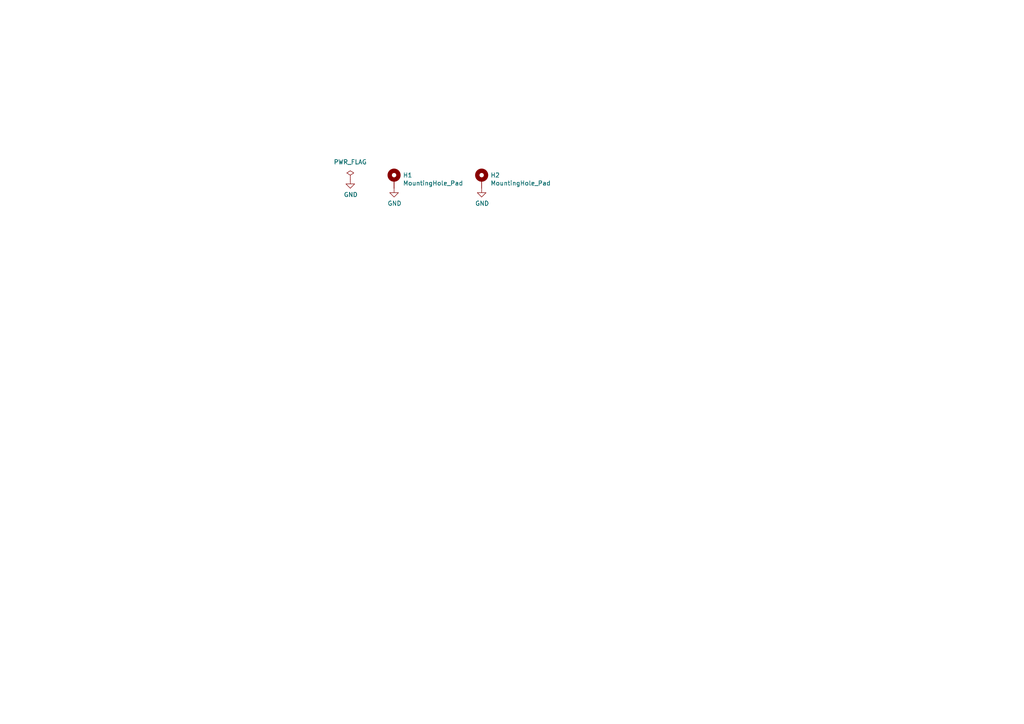
<source format=kicad_sch>
(kicad_sch (version 20211123) (generator eeschema)
  (paper "A4")
  (title_block (title "Stereo Whooshy Sound") (date "2021-08-07") (rev "0") (comment 1 "creativecommons.org/licenses/by/4.0/") (comment 2 "License: CC by 4.0") (comment 3 "Author: Jordan Aceto"))
  (lib_symbols
    (symbol "Mechanical:MountingHole_Pad" (pin_numbers hide) (pin_names (offset 1.016) hide)
      (property "Reference" "H" (at 0 6.35 0))
      (property "Value" "MountingHole_Pad" (at 0 4.445 0))
      (symbol "MountingHole_Pad_0_1"
        (circle (center 0 1.27) (radius 1.27) (stroke (width 1.27)))
      )
      (symbol "MountingHole_Pad_1_1"
        (pin input line (at 0 -2.54 90) (length 2.54) (name "1") (number "1"))
      )
    )
    (symbol "power:GND" (power) (pin_names (offset 0))
      (property "Value" "GND" (at 0 -3.81 0))
      (symbol "GND_0_1"
        (polyline (pts (xy 0 0) (xy 0 -1.27) (xy 1.27 -1.27) (xy 0 -2.54) (xy -1.27 -1.27) (xy 0 -1.27)))
      )
      (symbol "GND_1_1"
        (pin power_in line (at 0 0 270) (length 0) hide (name "GND") (number "1"))
      )
    )
    (symbol "power:PWR_FLAG" (power) (pin_numbers hide) (pin_names (offset 0) hide)
      (property "Value" "PWR_FLAG" (at 0 3.81 0))
      (symbol "PWR_FLAG_0_0"
        (pin power_out line (at 0 0 90) (length 0) (name "pwr") (number "1"))
      )
      (symbol "PWR_FLAG_0_1"
        (polyline (pts (xy 0 0) (xy 0 1.27) (xy -1.016 1.905) (xy 0 2.54) (xy 1.016 1.905) (xy 0 1.27)))
      )
    )
  )
  (symbol (lib_id "Mechanical:MountingHole_Pad") (at 114.3 52.07 0) (unit 1)
    (property "Reference" "H1" (at 116.84 50.8254 0) (effects (justify left)))
    (property "Value" "MountingHole_Pad" (at 116.84 53.1368 0) (effects (justify left)))
    (property "Footprint" "MountingHole:MountingHole_3.2mm_M3_Pad_Via" (effects hide))
  )
  (symbol (lib_id "power:GND") (at 114.3 54.61 0) (unit 1)
    (property "Reference" "#PWR01" (effects hide))
    (property "Value" "GND" (at 114.427 59.0042 0))
  )
  (symbol (lib_id "Mechanical:MountingHole_Pad") (at 139.7 52.07 0) (unit 1)
    (property "Reference" "H2" (at 142.24 50.8254 0) (effects (justify left)))
    (property "Value" "MountingHole_Pad" (at 142.24 53.1368 0) (effects (justify left)))
    (property "Footprint" "MountingHole:MountingHole_3.2mm_M3_Pad_Via" (effects hide))
  )
  (symbol (lib_id "power:GND") (at 139.7 54.61 0) (unit 1)
    (property "Reference" "#PWR02" (effects hide))
    (property "Value" "GND" (at 139.827 59.0042 0))
  )
  (symbol (lib_id "power:GND") (at 101.6 52.07 0) (unit 1)
    (property "Reference" "#PWR0101" (effects hide))
    (property "Value" "GND" (at 101.727 56.4642 0))
  )
  (symbol (lib_id "power:PWR_FLAG") (at 101.6 52.07 0) (unit 1)
    (property "Reference" "#FLG0101" (effects hide))
    (property "Value" "PWR_FLAG" (at 101.6 46.99 0))
  )
)
</source>
